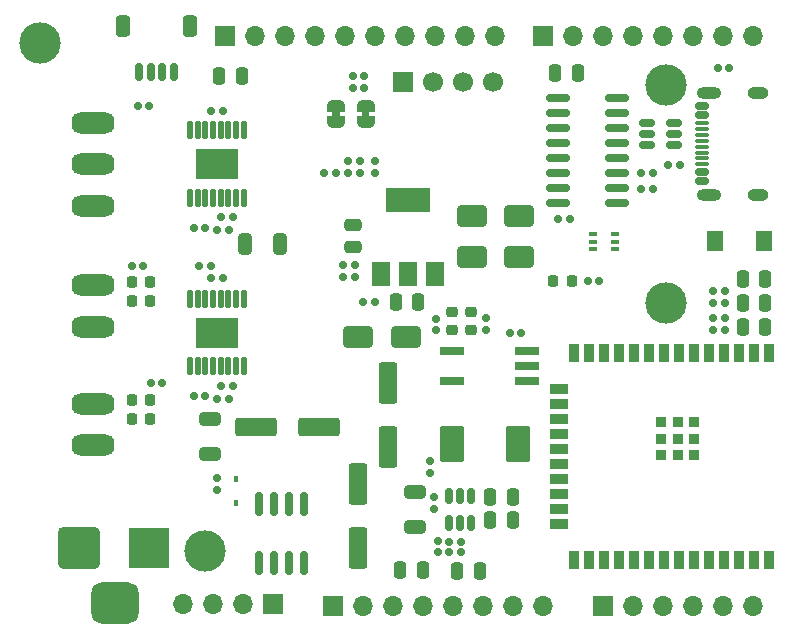
<source format=gbr>
%TF.GenerationSoftware,KiCad,Pcbnew,9.0.1*%
%TF.CreationDate,2025-05-14T19:05:47-04:00*%
%TF.ProjectId,EX-CSB1,45582d43-5342-4312-9e6b-696361645f70,rev?*%
%TF.SameCoordinates,Original*%
%TF.FileFunction,Soldermask,Top*%
%TF.FilePolarity,Negative*%
%FSLAX46Y46*%
G04 Gerber Fmt 4.6, Leading zero omitted, Abs format (unit mm)*
G04 Created by KiCad (PCBNEW 9.0.1) date 2025-05-14 19:05:47*
%MOMM*%
%LPD*%
G01*
G04 APERTURE LIST*
G04 Aperture macros list*
%AMRoundRect*
0 Rectangle with rounded corners*
0 $1 Rounding radius*
0 $2 $3 $4 $5 $6 $7 $8 $9 X,Y pos of 4 corners*
0 Add a 4 corners polygon primitive as box body*
4,1,4,$2,$3,$4,$5,$6,$7,$8,$9,$2,$3,0*
0 Add four circle primitives for the rounded corners*
1,1,$1+$1,$2,$3*
1,1,$1+$1,$4,$5*
1,1,$1+$1,$6,$7*
1,1,$1+$1,$8,$9*
0 Add four rect primitives between the rounded corners*
20,1,$1+$1,$2,$3,$4,$5,0*
20,1,$1+$1,$4,$5,$6,$7,0*
20,1,$1+$1,$6,$7,$8,$9,0*
20,1,$1+$1,$8,$9,$2,$3,0*%
%AMFreePoly0*
4,1,23,0.500000,-0.750000,0.000000,-0.750000,0.000000,-0.745722,-0.065263,-0.745722,-0.191342,-0.711940,-0.304381,-0.646677,-0.396677,-0.554381,-0.461940,-0.441342,-0.495722,-0.315263,-0.495722,-0.250000,-0.500000,-0.250000,-0.500000,0.250000,-0.495722,0.250000,-0.495722,0.315263,-0.461940,0.441342,-0.396677,0.554381,-0.304381,0.646677,-0.191342,0.711940,-0.065263,0.745722,0.000000,0.745722,
0.000000,0.750000,0.500000,0.750000,0.500000,-0.750000,0.500000,-0.750000,$1*%
%AMFreePoly1*
4,1,23,0.000000,0.745722,0.065263,0.745722,0.191342,0.711940,0.304381,0.646677,0.396677,0.554381,0.461940,0.441342,0.495722,0.315263,0.495722,0.250000,0.500000,0.250000,0.500000,-0.250000,0.495722,-0.250000,0.495722,-0.315263,0.461940,-0.441342,0.396677,-0.554381,0.304381,-0.646677,0.191342,-0.711940,0.065263,-0.745722,0.000000,-0.745722,0.000000,-0.750000,-0.500000,-0.750000,
-0.500000,0.750000,0.000000,0.750000,0.000000,0.745722,0.000000,0.745722,$1*%
G04 Aperture macros list end*
%ADD10C,0.000000*%
%ADD11C,0.600000*%
%ADD12RoundRect,0.720000X-1.080000X0.180000X-1.080000X-0.180000X1.080000X-0.180000X1.080000X0.180000X0*%
%ADD13R,1.350000X1.800000*%
%ADD14RoundRect,0.250000X0.250000X0.475000X-0.250000X0.475000X-0.250000X-0.475000X0.250000X-0.475000X0*%
%ADD15RoundRect,0.124000X-0.186000X-0.196000X0.186000X-0.196000X0.186000X0.196000X-0.186000X0.196000X0*%
%ADD16RoundRect,0.124138X-0.175862X-0.195862X0.175862X-0.195862X0.175862X0.195862X-0.175862X0.195862X0*%
%ADD17R,1.700000X1.700000*%
%ADD18C,1.700000*%
%ADD19RoundRect,0.124000X0.186000X0.196000X-0.186000X0.196000X-0.186000X-0.196000X0.186000X-0.196000X0*%
%ADD20RoundRect,0.124000X0.196000X-0.186000X0.196000X0.186000X-0.196000X0.186000X-0.196000X-0.186000X0*%
%ADD21C,3.500000*%
%ADD22R,2.000000X0.640000*%
%ADD23RoundRect,0.124138X0.175862X0.195862X-0.175862X0.195862X-0.175862X-0.195862X0.175862X-0.195862X0*%
%ADD24FreePoly0,90.000000*%
%ADD25FreePoly1,90.000000*%
%ADD26RoundRect,0.250000X-0.250000X-0.475000X0.250000X-0.475000X0.250000X0.475000X-0.250000X0.475000X0*%
%ADD27O,1.700000X1.700000*%
%ADD28RoundRect,0.218750X-0.218750X-0.256250X0.218750X-0.256250X0.218750X0.256250X-0.218750X0.256250X0*%
%ADD29RoundRect,0.124138X0.195862X-0.175862X0.195862X0.175862X-0.195862X0.175862X-0.195862X-0.175862X0*%
%ADD30RoundRect,0.124138X-0.195862X0.175862X-0.195862X-0.175862X0.195862X-0.175862X0.195862X0.175862X0*%
%ADD31RoundRect,0.250000X-0.550000X1.500000X-0.550000X-1.500000X0.550000X-1.500000X0.550000X1.500000X0*%
%ADD32RoundRect,0.150000X0.425000X-0.150000X0.425000X0.150000X-0.425000X0.150000X-0.425000X-0.150000X0*%
%ADD33RoundRect,0.075000X0.500000X-0.075000X0.500000X0.075000X-0.500000X0.075000X-0.500000X-0.075000X0*%
%ADD34O,2.100000X1.000000*%
%ADD35O,1.800000X1.000000*%
%ADD36RoundRect,0.250000X-0.325000X-0.650000X0.325000X-0.650000X0.325000X0.650000X-0.325000X0.650000X0*%
%ADD37RoundRect,0.150000X-0.150000X0.512500X-0.150000X-0.512500X0.150000X-0.512500X0.150000X0.512500X0*%
%ADD38RoundRect,0.250000X-0.475000X0.250000X-0.475000X-0.250000X0.475000X-0.250000X0.475000X0.250000X0*%
%ADD39R,0.650000X0.400000*%
%ADD40RoundRect,0.218750X-0.256250X0.218750X-0.256250X-0.218750X0.256250X-0.218750X0.256250X0.218750X0*%
%ADD41RoundRect,0.049200X-1.750800X1.180800X-1.750800X-1.180800X1.750800X-1.180800X1.750800X1.180800X0*%
%ADD42RoundRect,0.110000X-0.110000X0.677500X-0.110000X-0.677500X0.110000X-0.677500X0.110000X0.677500X0*%
%ADD43RoundRect,0.250000X1.000000X0.650000X-1.000000X0.650000X-1.000000X-0.650000X1.000000X-0.650000X0*%
%ADD44RoundRect,0.250000X-0.650000X0.325000X-0.650000X-0.325000X0.650000X-0.325000X0.650000X0.325000X0*%
%ADD45RoundRect,0.218750X0.218750X0.256250X-0.218750X0.256250X-0.218750X-0.256250X0.218750X-0.256250X0*%
%ADD46RoundRect,0.150000X0.825000X0.150000X-0.825000X0.150000X-0.825000X-0.150000X0.825000X-0.150000X0*%
%ADD47RoundRect,0.124000X-0.196000X0.186000X-0.196000X-0.186000X0.196000X-0.186000X0.196000X0.186000X0*%
%ADD48RoundRect,0.250000X-1.500000X-0.550000X1.500000X-0.550000X1.500000X0.550000X-1.500000X0.550000X0*%
%ADD49RoundRect,0.250000X-1.000000X-0.650000X1.000000X-0.650000X1.000000X0.650000X-1.000000X0.650000X0*%
%ADD50RoundRect,0.150000X0.150000X0.625000X-0.150000X0.625000X-0.150000X-0.625000X0.150000X-0.625000X0*%
%ADD51RoundRect,0.250000X0.350000X0.650000X-0.350000X0.650000X-0.350000X-0.650000X0.350000X-0.650000X0*%
%ADD52RoundRect,0.019500X-0.955500X-1.480500X0.955500X-1.480500X0.955500X1.480500X-0.955500X1.480500X0*%
%ADD53R,0.450000X0.600000*%
%ADD54R,1.500000X2.000000*%
%ADD55R,3.800000X2.000000*%
%ADD56R,3.500000X3.500000*%
%ADD57RoundRect,0.350000X-1.400000X-1.400000X1.400000X-1.400000X1.400000X1.400000X-1.400000X1.400000X0*%
%ADD58RoundRect,0.875000X-1.125000X-0.875000X1.125000X-0.875000X1.125000X0.875000X-1.125000X0.875000X0*%
%ADD59RoundRect,0.250000X0.550000X-1.500000X0.550000X1.500000X-0.550000X1.500000X-0.550000X-1.500000X0*%
%ADD60RoundRect,0.150000X-0.150000X0.825000X-0.150000X-0.825000X0.150000X-0.825000X0.150000X0.825000X0*%
%ADD61R,0.900000X1.500000*%
%ADD62R,1.500000X0.900000*%
%ADD63R,0.900000X0.900000*%
%ADD64RoundRect,0.150000X0.512500X0.150000X-0.512500X0.150000X-0.512500X-0.150000X0.512500X-0.150000X0*%
G04 APERTURE END LIST*
D10*
%TO.C,JP101*%
G36*
X30925000Y43750000D02*
G01*
X30325000Y43750000D01*
X30325000Y44250000D01*
X30925000Y44250000D01*
X30925000Y43750000D01*
G37*
%TO.C,JP102*%
G36*
X28400000Y43750000D02*
G01*
X27800000Y43750000D01*
X27800000Y44250000D01*
X28400000Y44250000D01*
X28400000Y43750000D01*
G37*
%TD*%
D11*
%TO.C,J110*%
X6200000Y35750000D03*
X8800000Y35750000D03*
D12*
X7500000Y36250000D03*
D11*
X6200000Y36750000D03*
X8800000Y36750000D03*
D12*
X7500000Y39750000D03*
D11*
X6200000Y39250000D03*
X8800000Y39250000D03*
X6200000Y40250000D03*
X8800000Y40250000D03*
X8800000Y42750000D03*
D12*
X7500000Y43250000D03*
D11*
X8800000Y43750000D03*
X6200000Y43750000D03*
X6200000Y42750000D03*
%TD*%
D13*
%TO.C,SW101*%
X60225000Y33300000D03*
X64375000Y33300000D03*
%TD*%
D14*
%TO.C,C115*%
X20099999Y47200000D03*
X18200001Y47200000D03*
%TD*%
D15*
%TO.C,C118*%
X42800000Y25500000D03*
X43800000Y25500000D03*
%TD*%
D16*
%TO.C,R121*%
X53900000Y39000000D03*
X54900000Y39000000D03*
%TD*%
D17*
%TO.C,J111*%
X33800000Y46750000D03*
D18*
X36340000Y46750000D03*
X38880000Y46750000D03*
X41420000Y46750000D03*
%TD*%
D19*
%TO.C,C108*%
X19000000Y34200000D03*
X18000000Y34200000D03*
%TD*%
D20*
%TO.C,C204*%
X36015000Y13625000D03*
X36015000Y14625000D03*
%TD*%
D21*
%TO.C,H103*%
X56000000Y46500000D03*
%TD*%
D22*
%TO.C,U104*%
X37950000Y23970000D03*
X37950000Y21430000D03*
X44250000Y21430000D03*
X44250000Y22700000D03*
X44250000Y23970000D03*
%TD*%
D23*
%TO.C,R116*%
X61000000Y25700003D03*
X60000000Y25700003D03*
%TD*%
D11*
%TO.C,J103*%
X8800000Y20000000D03*
X6200000Y20000000D03*
D12*
X7500000Y19500000D03*
D11*
X8800000Y19000000D03*
X6200000Y19000000D03*
X8800000Y16500000D03*
X6200000Y16500000D03*
D12*
X7500000Y16000000D03*
D11*
X8800000Y15500000D03*
X6200000Y15500000D03*
%TD*%
D24*
%TO.C,JP101*%
X30625000Y43350000D03*
D25*
X30625000Y44650000D03*
%TD*%
D14*
%TO.C,C114*%
X48549999Y47500000D03*
X46650001Y47500000D03*
%TD*%
D26*
%TO.C,C101*%
X62550000Y25999997D03*
X64450000Y25999997D03*
%TD*%
D19*
%TO.C,C110*%
X19400000Y21000000D03*
X18400000Y21000000D03*
%TD*%
D17*
%TO.C,J108*%
X27825000Y2370000D03*
D27*
X30365000Y2370000D03*
X32905000Y2370000D03*
X35445000Y2370000D03*
X37985000Y2370000D03*
X40525000Y2370000D03*
X43065000Y2370000D03*
X45605000Y2370000D03*
%TD*%
D15*
%TO.C,C209*%
X37700000Y6900000D03*
X38700000Y6900000D03*
%TD*%
D28*
%TO.C,D104*%
X10800000Y18200001D03*
X12375000Y18200001D03*
%TD*%
D21*
%TO.C,H104*%
X56000000Y28000000D03*
%TD*%
D23*
%TO.C,R119*%
X57200000Y39700000D03*
X56200000Y39700000D03*
%TD*%
%TO.C,R202*%
X38700000Y7800000D03*
X37700000Y7800000D03*
%TD*%
D14*
%TO.C,C207*%
X43050001Y11600000D03*
X41150001Y11600000D03*
%TD*%
D29*
%TO.C,R201*%
X18000000Y12200000D03*
X18000000Y13200000D03*
%TD*%
D30*
%TO.C,R205*%
X40800000Y26700000D03*
X40800000Y25700000D03*
%TD*%
D31*
%TO.C,C203*%
X30000000Y12700000D03*
X30000000Y7300000D03*
%TD*%
D19*
%TO.C,C111*%
X19400000Y35300000D03*
X18400000Y35300000D03*
%TD*%
D29*
%TO.C,R203*%
X36700000Y6900000D03*
X36700000Y7900000D03*
%TD*%
D19*
%TO.C,C107*%
X19000000Y19900000D03*
X18000000Y19900000D03*
%TD*%
D32*
%TO.C,J114*%
X59110000Y38300000D03*
X59110000Y39100000D03*
D33*
X59110000Y40250000D03*
X59110000Y41250000D03*
X59110000Y41750000D03*
X59110000Y42750000D03*
D32*
X59110000Y43900000D03*
X59110000Y44700000D03*
X59110000Y44700000D03*
X59110000Y43900000D03*
D33*
X59110000Y43250000D03*
X59110000Y42250000D03*
X59110000Y40750000D03*
X59110000Y39750000D03*
D32*
X59110000Y39100000D03*
X59110000Y38300000D03*
D34*
X59685000Y37180000D03*
D35*
X63865000Y37180000D03*
D34*
X59685000Y45820000D03*
D35*
X63865000Y45820000D03*
%TD*%
D16*
%TO.C,R109*%
X30400001Y28100000D03*
X31399999Y28100000D03*
%TD*%
D30*
%TO.C,R111*%
X30100000Y40000000D03*
X30100000Y39000000D03*
%TD*%
D17*
%TO.C,J107*%
X18685000Y50630000D03*
D27*
X21225000Y50630000D03*
X23765000Y50630000D03*
X26305000Y50630000D03*
X28845000Y50630000D03*
X31385000Y50630000D03*
X33925000Y50630000D03*
X36465000Y50630000D03*
X39005000Y50630000D03*
X41545000Y50630000D03*
%TD*%
D36*
%TO.C,C105*%
X20424999Y33000000D03*
X23375001Y33000000D03*
%TD*%
D37*
%TO.C,U201*%
X39550000Y11637500D03*
X38600000Y11637500D03*
X37650000Y11637500D03*
X37650000Y9362500D03*
X38600000Y9362500D03*
X39550000Y9362500D03*
%TD*%
D38*
%TO.C,C211*%
X29500000Y34650000D03*
X29500000Y32750000D03*
%TD*%
D39*
%TO.C,Q101*%
X51750000Y32550000D03*
X51750000Y33200000D03*
X51750000Y33850000D03*
X49850000Y33850000D03*
X49850000Y33200000D03*
X49850000Y32550000D03*
%TD*%
D40*
%TO.C,D205*%
X39500000Y27287500D03*
X39500000Y25712500D03*
%TD*%
D23*
%TO.C,R103*%
X61000000Y28000000D03*
X60000000Y28000000D03*
%TD*%
%TO.C,R106*%
X17500000Y31100000D03*
X16500000Y31100000D03*
%TD*%
D14*
%TO.C,C210*%
X35050000Y28100000D03*
X33150000Y28100000D03*
%TD*%
D41*
%TO.C,U101*%
X18000000Y25500000D03*
D42*
X20275000Y28362500D03*
X19625000Y28362500D03*
X18975000Y28362500D03*
X18325000Y28362500D03*
X17675000Y28362500D03*
X17025000Y28362500D03*
X16375000Y28362500D03*
X15725000Y28362500D03*
X15725000Y22637500D03*
X16375000Y22637500D03*
X17025000Y22637500D03*
X17675000Y22637500D03*
X18325000Y22637500D03*
X18975000Y22637500D03*
X19625000Y22637500D03*
X20275000Y22637500D03*
%TD*%
D23*
%TO.C,R117*%
X61000000Y26700000D03*
X60000000Y26700000D03*
%TD*%
D43*
%TO.C,D106*%
X34000001Y25100000D03*
X29999999Y25100000D03*
%TD*%
D16*
%TO.C,R118*%
X60400000Y47900000D03*
X61400000Y47900000D03*
%TD*%
D44*
%TO.C,C205*%
X34800001Y11975000D03*
X34800001Y9025000D03*
%TD*%
D40*
%TO.C,D202*%
X37900000Y27287500D03*
X37900000Y25712500D03*
%TD*%
D28*
%TO.C,D105*%
X46512500Y29900000D03*
X48087500Y29900000D03*
%TD*%
D16*
%TO.C,R101*%
X10800000Y31100000D03*
X11800000Y31100000D03*
%TD*%
D45*
%TO.C,D103*%
X12375000Y19799999D03*
X10800000Y19799999D03*
%TD*%
D30*
%TO.C,R204*%
X36565001Y26695000D03*
X36565001Y25695000D03*
%TD*%
D11*
%TO.C,J101*%
X8800000Y30000000D03*
X6200000Y30000000D03*
D12*
X7500000Y29500000D03*
D11*
X8800000Y29000000D03*
X6200000Y29000000D03*
X8800000Y26500000D03*
X6200000Y26500000D03*
D12*
X7500000Y26000000D03*
D11*
X8800000Y25500000D03*
X6200000Y25500000D03*
%TD*%
D14*
%TO.C,C117*%
X35450000Y5400000D03*
X33550000Y5400000D03*
%TD*%
D21*
%TO.C,H101*%
X3000000Y50000000D03*
%TD*%
D46*
%TO.C,U106*%
X51875000Y36455000D03*
X51875000Y37725000D03*
X51875000Y38995000D03*
X51875000Y40265000D03*
X51875000Y41535000D03*
X51875000Y42805000D03*
X51875000Y44075000D03*
X51875000Y45345000D03*
X46925000Y45345000D03*
X46925000Y44075000D03*
X46925000Y42805000D03*
X46925000Y41535000D03*
X46925000Y40265000D03*
X46925000Y38995000D03*
X46925000Y37725000D03*
X46925000Y36455000D03*
%TD*%
D44*
%TO.C,C103*%
X17400000Y18175000D03*
X17400000Y15225000D03*
%TD*%
D47*
%TO.C,C113*%
X29100000Y40000000D03*
X29100000Y39000000D03*
%TD*%
D21*
%TO.C,H102*%
X17000000Y7000000D03*
%TD*%
D17*
%TO.C,J113*%
X45605000Y50630000D03*
D27*
X48145000Y50630000D03*
X50685000Y50630000D03*
X53225000Y50630000D03*
X55765000Y50630000D03*
X58305000Y50630000D03*
X60845000Y50630000D03*
X63385000Y50630000D03*
%TD*%
D28*
%TO.C,D101*%
X10812500Y28200001D03*
X12387500Y28200001D03*
%TD*%
D16*
%TO.C,R120*%
X53900000Y37700000D03*
X54900000Y37700000D03*
%TD*%
D26*
%TO.C,C102*%
X62550000Y27999997D03*
X64450000Y27999997D03*
%TD*%
D16*
%TO.C,R104*%
X27100000Y39000000D03*
X28100000Y39000000D03*
%TD*%
D15*
%TO.C,C120*%
X46900000Y35100000D03*
X47900000Y35100000D03*
%TD*%
D17*
%TO.C,J204*%
X22765000Y2500000D03*
D27*
X20225000Y2500000D03*
X17685000Y2500000D03*
X15145000Y2500000D03*
%TD*%
D48*
%TO.C,C201*%
X21300000Y17500000D03*
X26700000Y17500000D03*
%TD*%
D16*
%TO.C,R110*%
X28700000Y31200000D03*
X29700000Y31200000D03*
%TD*%
%TO.C,R115*%
X11300001Y44650000D03*
X12299999Y44650000D03*
%TD*%
D49*
%TO.C,D204*%
X39600000Y35400000D03*
X43600000Y35400000D03*
%TD*%
%TO.C,D203*%
X39600000Y31900000D03*
X43600000Y31900000D03*
%TD*%
D17*
%TO.C,J112*%
X50685000Y2370000D03*
D27*
X53225000Y2370000D03*
X55765000Y2370000D03*
X58305000Y2370000D03*
X60845000Y2370000D03*
X63385000Y2370000D03*
%TD*%
D50*
%TO.C,J105*%
X14400000Y47600000D03*
X13400000Y47600000D03*
X12400000Y47600000D03*
X11400000Y47600000D03*
D51*
X15700000Y51475000D03*
X10100000Y51475000D03*
%TD*%
D52*
%TO.C,L201*%
X37925000Y16100000D03*
X43475000Y16100000D03*
%TD*%
D53*
%TO.C,D201*%
X19600001Y13150001D03*
X19600001Y11050001D03*
%TD*%
D54*
%TO.C,U202*%
X31900000Y30450000D03*
X34200000Y30450000D03*
D55*
X34200000Y36750000D03*
D54*
X36500000Y30450000D03*
%TD*%
D16*
%TO.C,R107*%
X17500000Y44300000D03*
X18500000Y44300000D03*
%TD*%
D47*
%TO.C,C206*%
X36400000Y11600000D03*
X36400000Y10600000D03*
%TD*%
D15*
%TO.C,C109*%
X60000000Y28999997D03*
X61000000Y28999997D03*
%TD*%
D24*
%TO.C,JP102*%
X28100000Y43350001D03*
D25*
X28100000Y44649999D03*
%TD*%
D14*
%TO.C,C208*%
X43050001Y9600001D03*
X41150001Y9600001D03*
%TD*%
D45*
%TO.C,D102*%
X12387500Y29799999D03*
X10812500Y29799999D03*
%TD*%
D23*
%TO.C,R112*%
X50400000Y29900000D03*
X49400000Y29900000D03*
%TD*%
D29*
%TO.C,R108*%
X31400000Y39000000D03*
X31400000Y40000000D03*
%TD*%
D19*
%TO.C,C106*%
X17040000Y34400000D03*
X16040000Y34400000D03*
%TD*%
D26*
%TO.C,C116*%
X38350000Y5300000D03*
X40250000Y5300000D03*
%TD*%
D15*
%TO.C,C112*%
X28700000Y30200002D03*
X29700000Y30200002D03*
%TD*%
D29*
%TO.C,R114*%
X29500000Y46200000D03*
X29500000Y47200000D03*
%TD*%
D11*
%TO.C,J201*%
X10900000Y8700000D03*
X10900000Y7300000D03*
X10900000Y5900000D03*
D56*
X12300000Y7300000D03*
D11*
X13700000Y8700000D03*
X13700000Y7300000D03*
X13700000Y5900000D03*
X4900000Y8700000D03*
X4900000Y7300000D03*
X4900000Y5900000D03*
D57*
X6300000Y7300000D03*
D11*
X7700000Y8700000D03*
X7700000Y7300000D03*
X7700000Y5900000D03*
D58*
X9400000Y2600000D03*
%TD*%
D41*
%TO.C,U102*%
X18000000Y39800000D03*
D42*
X20275000Y42662500D03*
X19625000Y42662500D03*
X18975000Y42662500D03*
X18325000Y42662500D03*
X17675000Y42662500D03*
X17025000Y42662500D03*
X16375000Y42662500D03*
X15725000Y42662500D03*
X15725000Y36937500D03*
X16375000Y36937500D03*
X17025000Y36937500D03*
X17675000Y36937500D03*
X18325000Y36937500D03*
X18975000Y36937500D03*
X19625000Y36937500D03*
X20275000Y36937500D03*
%TD*%
D16*
%TO.C,R105*%
X17500000Y30100000D03*
X18500000Y30100000D03*
%TD*%
D29*
%TO.C,R113*%
X30500000Y46200000D03*
X30500000Y47200000D03*
%TD*%
D59*
%TO.C,C202*%
X32500000Y15800000D03*
X32500000Y21200000D03*
%TD*%
D16*
%TO.C,R102*%
X12400001Y21200000D03*
X13399999Y21200000D03*
%TD*%
D60*
%TO.C,Q201*%
X25405000Y10975000D03*
X24135000Y10975000D03*
X22865000Y10975000D03*
X21595000Y10975000D03*
X21595000Y6025000D03*
X22865000Y6025000D03*
X24135000Y6025000D03*
X25405000Y6025000D03*
%TD*%
D61*
%TO.C,U103*%
X64760000Y23751000D03*
X63490000Y23751000D03*
X62220000Y23751000D03*
X60950000Y23751000D03*
X59680000Y23751000D03*
X58410000Y23751000D03*
X57140000Y23751000D03*
X55870000Y23751000D03*
X54600000Y23751000D03*
X53330000Y23751000D03*
X52060000Y23751000D03*
X50790000Y23751000D03*
X49520000Y23751000D03*
X48250000Y23751000D03*
D62*
X47000000Y20716000D03*
X47000000Y19446000D03*
X47000000Y18176000D03*
X47000000Y16906000D03*
X47000000Y15636000D03*
X47000000Y14366000D03*
X47000000Y13096000D03*
X47000000Y11826000D03*
X47000000Y10556000D03*
X47000000Y9286000D03*
D61*
X48250000Y6251000D03*
X49520000Y6251000D03*
X50790000Y6251000D03*
X52060000Y6251000D03*
X53330000Y6251000D03*
X54600000Y6251000D03*
X55870000Y6251000D03*
X57140000Y6251000D03*
X58410000Y6251000D03*
X59680000Y6251000D03*
X60950000Y6251000D03*
X62220000Y6251000D03*
X63490000Y6251000D03*
X64760000Y6251000D03*
D63*
X58440000Y17901000D03*
X57040000Y17901000D03*
X55640000Y17901000D03*
X58440000Y16501000D03*
X57040000Y16501000D03*
X55640000Y16501000D03*
X58440000Y15101000D03*
X57040000Y15101000D03*
X55640000Y15101000D03*
%TD*%
D26*
%TO.C,C121*%
X62550000Y30000000D03*
X64450000Y30000000D03*
%TD*%
D19*
%TO.C,C104*%
X17040000Y20100000D03*
X16040000Y20100000D03*
%TD*%
D64*
%TO.C,U105*%
X56737500Y41350000D03*
X56737500Y42300000D03*
X56737500Y43250000D03*
X54462500Y43250000D03*
X54462500Y42300000D03*
X54462500Y41350000D03*
%TD*%
G36*
X52381694Y24181694D02*
G01*
X52400000Y24137500D01*
X52400000Y23862500D01*
X52381694Y23818306D01*
X52337500Y23800000D01*
X52262500Y23800000D01*
X52218306Y23818306D01*
X52200000Y23862500D01*
X52200000Y24137500D01*
X52218306Y24181694D01*
X52262500Y24200000D01*
X52337500Y24200000D01*
X52381694Y24181694D01*
G37*
M02*

</source>
